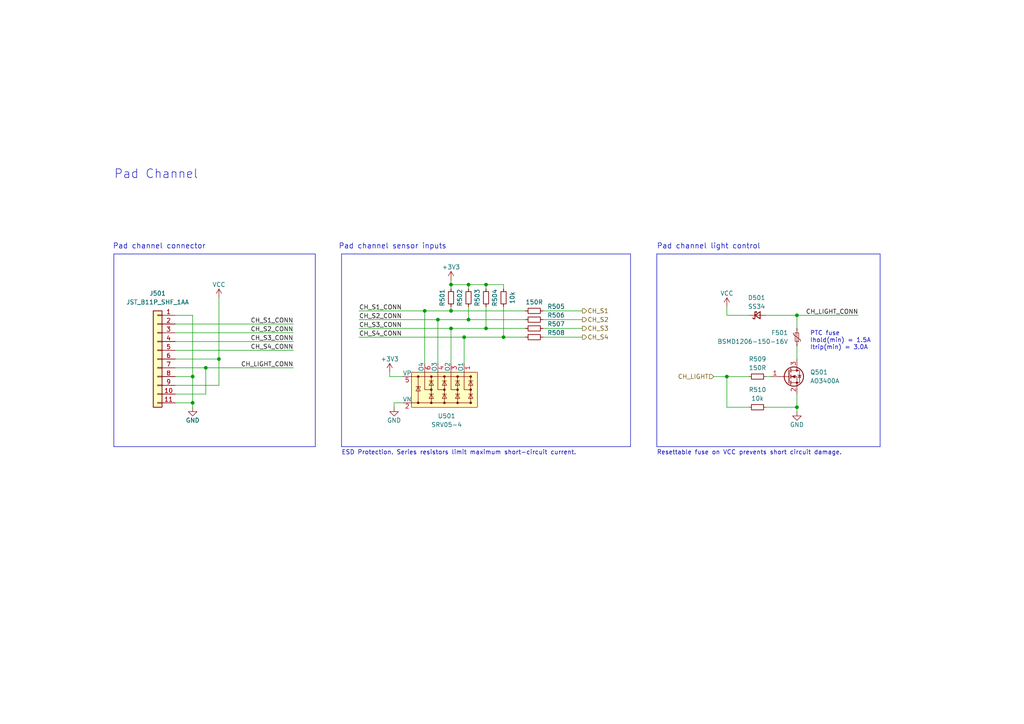
<source format=kicad_sch>
(kicad_sch (version 20230121) (generator eeschema)
  (paper "A4")
  (title_block (title "BD845-PWB SCH") (date "2022-11-27") (rev "1.0.0") (company "BlueDot, Vincenzo Fortunato"))
  (lib_symbols
    (symbol "Connector_Generic:Conn_01x11" (pin_names (offset 1.016) hide)
      (property "Reference" "J" (at 0 15.24 0))
      (property "Value" "Conn_01x11" (at 0 -15.24 0))
      (symbol "Conn_01x11_1_1"
        (rectangle (start -1.27 -12.573) (end 0 -12.827) (stroke (width 0.1524)))
        (rectangle (start -1.27 -10.033) (end 0 -10.287) (stroke (width 0.1524)))
        (rectangle (start -1.27 -7.493) (end 0 -7.747) (stroke (width 0.1524)))
        (rectangle (start -1.27 -4.953) (end 0 -5.207) (stroke (width 0.1524)))
        (rectangle (start -1.27 -2.413) (end 0 -2.667) (stroke (width 0.1524)))
        (rectangle (start -1.27 0.127) (end 0 -0.127) (stroke (width 0.1524)))
        (rectangle (start -1.27 2.667) (end 0 2.413) (stroke (width 0.1524)))
        (rectangle (start -1.27 5.207) (end 0 4.953) (stroke (width 0.1524)))
        (rectangle (start -1.27 7.747) (end 0 7.493) (stroke (width 0.1524)))
        (rectangle (start -1.27 10.287) (end 0 10.033) (stroke (width 0.1524)))
        (rectangle (start -1.27 12.827) (end 0 12.573) (stroke (width 0.1524)))
        (rectangle (start -1.27 13.97) (end 1.27 -13.97) (stroke (width 0.254)) (fill (type background)))
        (pin passive line (at -5.08 12.7 0) (length 3.81) (name "Pin_1") (number "1"))
        (pin passive line (at -5.08 -10.16 0) (length 3.81) (name "Pin_10") (number "10"))
        (pin passive line (at -5.08 -12.7 0) (length 3.81) (name "Pin_11") (number "11"))
        (pin passive line (at -5.08 10.16 0) (length 3.81) (name "Pin_2") (number "2"))
        (pin passive line (at -5.08 7.62 0) (length 3.81) (name "Pin_3") (number "3"))
        (pin passive line (at -5.08 5.08 0) (length 3.81) (name "Pin_4") (number "4"))
        (pin passive line (at -5.08 2.54 0) (length 3.81) (name "Pin_5") (number "5"))
        (pin passive line (at -5.08 0 0) (length 3.81) (name "Pin_6") (number "6"))
        (pin passive line (at -5.08 -2.54 0) (length 3.81) (name "Pin_7") (number "7"))
        (pin passive line (at -5.08 -5.08 0) (length 3.81) (name "Pin_8") (number "8"))
        (pin passive line (at -5.08 -7.62 0) (length 3.81) (name "Pin_9") (number "9"))
      )
    )
    (symbol "Device:D_Schottky_Small" (pin_numbers hide) (pin_names (offset 0.254) hide)
      (property "Reference" "D" (at -1.27 2.032 0))
      (property "Value" "D_Schottky_Small" (at -7.112 -2.032 0))
      (symbol "D_Schottky_Small_0_1"
        (polyline (pts (xy -0.762 0) (xy 0.762 0)))
        (polyline (pts (xy 0.762 -1.016) (xy -0.762 0) (xy 0.762 1.016) (xy 0.762 -1.016)) (stroke (width 0.254)))
        (polyline (pts (xy -1.27 0.762) (xy -1.27 1.016) (xy -0.762 1.016) (xy -0.762 -1.016) (xy -0.254 -1.016) (xy -0.254 -0.762)) (stroke (width 0.254)))
      )
      (symbol "D_Schottky_Small_1_1"
        (pin passive line (at -2.54 0 0) (length 1.778) (name "K") (number "1"))
        (pin passive line (at 2.54 0 180) (length 1.778) (name "A") (number "2"))
      )
    )
    (symbol "Device:Polyfuse_Small" (pin_numbers hide) (pin_names (offset 0))
      (property "Reference" "F" (at -1.905 0 90))
      (property "Value" "Polyfuse_Small" (at 1.905 0 90))
      (symbol "Polyfuse_Small_0_1"
        (rectangle (start -0.508 1.27) (end 0.508 -1.27))
        (polyline (pts (xy 0 2.54) (xy 0 -2.54)))
        (polyline (pts (xy -1.016 1.27) (xy -1.016 0.762) (xy 1.016 -0.762) (xy 1.016 -1.27)))
      )
      (symbol "Polyfuse_Small_1_1"
        (pin passive line (at 0 2.54 270) (length 0.635) (name "~") (number "1"))
        (pin passive line (at 0 -2.54 90) (length 0.635) (name "~") (number "2"))
      )
    )
    (symbol "Device:R_Small" (pin_numbers hide) (pin_names (offset 0.254) hide)
      (property "Reference" "R" (at 0.762 0.508 0))
      (property "Value" "R_Small" (at 0.762 -1.016 0))
      (symbol "R_Small_0_1"
        (rectangle (start -0.762 1.778) (end 0.762 -1.778) (stroke (width 0.2032)))
      )
      (symbol "R_Small_1_1"
        (pin passive line (at 0 2.54 270) (length 0.762) (name "~") (number "1"))
        (pin passive line (at 0 -2.54 90) (length 0.762) (name "~") (number "2"))
      )
    )
    (symbol "ProjectLibrary:SRV05-4" (pin_names (offset 0))
      (property "Reference" "U" (at -7.62 -6.985 0))
      (property "Value" "SRV05-4" (at 0 -6.985 0))
      (symbol "SRV05-4_0_0"
        (polyline (pts (xy -6.985 -3.81) (xy -6.985 3.81)))
        (polyline (pts (xy -3.175 -3.81) (xy -3.175 3.81)))
        (polyline (pts (xy 0.635 -3.81) (xy 0.635 3.81)))
        (polyline (pts (xy 4.445 -3.81) (xy 4.445 3.81)))
      )
      (symbol "SRV05-4_0_1"
        (rectangle (start -8.89 5.08) (end 10.16 -5.08) (fill (type background)))
        (circle (center -6.985 -3.81) (radius 0.2794) (fill (type outline)))
        (circle (center -6.985 0) (radius 0.2794) (fill (type outline)))
        (circle (center -6.985 3.81) (radius 0.2794) (fill (type outline)))
        (circle (center -3.175 -3.81) (radius 0.2794) (fill (type outline)))
        (circle (center -3.175 0) (radius 0.2794) (fill (type outline)))
        (circle (center -3.175 3.81) (radius 0.2794) (fill (type outline)))
        (polyline (pts (xy -6.35 -1.27) (xy -7.62 -1.27)))
        (polyline (pts (xy -6.35 2.54) (xy -7.62 2.54)))
        (polyline (pts (xy -2.54 -1.27) (xy -3.81 -1.27)))
        (polyline (pts (xy -2.54 2.54) (xy -3.81 2.54)))
        (polyline (pts (xy 1.27 -1.27) (xy 0 -1.27)))
        (polyline (pts (xy 1.27 2.54) (xy 0 2.54)))
        (polyline (pts (xy 5.08 -1.27) (xy 3.81 -1.27)))
        (polyline (pts (xy 5.08 2.54) (xy 3.81 2.54)))
        (polyline (pts (xy 8.255 3.81) (xy 8.255 -3.81)))
        (polyline (pts (xy 10.16 -3.81) (xy -6.985 -3.81)))
        (polyline (pts (xy 10.16 3.81) (xy -6.985 3.81)))
        (polyline (pts (xy -6.985 0) (xy -5.08 0) (xy -5.08 5.08)))
        (polyline (pts (xy -3.175 0) (xy -1.27 0) (xy -1.27 5.08)))
        (polyline (pts (xy 0.635 0) (xy 2.54 0) (xy 2.54 5.08)))
        (polyline (pts (xy 4.445 0) (xy 6.35 0) (xy 6.35 5.08)))
        (polyline (pts (xy 8.89 0.889) (xy 7.62 0.889) (xy 7.62 0.635)))
        (polyline (pts (xy -6.35 -2.54) (xy -7.62 -2.54) (xy -6.985 -1.27) (xy -6.35 -2.54)))
        (polyline (pts (xy -6.35 1.27) (xy -7.62 1.27) (xy -6.985 2.54) (xy -6.35 1.27)))
        (polyline (pts (xy -2.54 -2.54) (xy -3.81 -2.54) (xy -3.175 -1.27) (xy -2.54 -2.54)))
        (polyline (pts (xy -2.54 1.27) (xy -3.81 1.27) (xy -3.175 2.54) (xy -2.54 1.27)))
        (polyline (pts (xy 1.27 -2.54) (xy 0 -2.54) (xy 0.635 -1.27) (xy 1.27 -2.54)))
        (polyline (pts (xy 1.27 1.27) (xy 0 1.27) (xy 0.635 2.54) (xy 1.27 1.27)))
        (polyline (pts (xy 5.08 -2.54) (xy 3.81 -2.54) (xy 4.445 -1.27) (xy 5.08 -2.54)))
        (polyline (pts (xy 5.08 1.27) (xy 3.81 1.27) (xy 4.445 2.54) (xy 5.08 1.27)))
        (polyline (pts (xy 8.89 -0.381) (xy 7.62 -0.381) (xy 8.255 0.889) (xy 8.89 -0.381)))
        (circle (center 0.635 -3.81) (radius 0.2794) (fill (type outline)))
        (circle (center 0.635 0) (radius 0.2794) (fill (type outline)))
        (circle (center 0.635 3.81) (radius 0.2794) (fill (type outline)))
        (circle (center 4.445 -3.81) (radius 0.2794) (fill (type outline)))
        (circle (center 4.445 0) (radius 0.2794) (fill (type outline)))
        (circle (center 4.445 3.81) (radius 0.2794) (fill (type outline)))
        (circle (center 8.255 -3.81) (radius 0.2794) (fill (type outline)))
        (circle (center 8.255 3.81) (radius 0.2794) (fill (type outline)))
      )
      (symbol "SRV05-4_1_1"
        (pin passive line (at -5.08 7.62 270) (length 2.54) (name "IO1") (number "1"))
        (pin passive line (at 12.7 -3.81 180) (length 2.54) (name "VN") (number "2"))
        (pin passive line (at -1.27 7.62 270) (length 2.54) (name "IO2") (number "3"))
        (pin passive line (at 2.54 7.62 270) (length 2.54) (name "IO3") (number "4"))
        (pin passive line (at 12.7 3.81 180) (length 2.54) (name "VP") (number "5"))
        (pin passive line (at 6.35 7.62 270) (length 2.54) (name "IO4") (number "6"))
      )
    )
    (symbol "Transistor_FET:AO3400A" (pin_names hide)
      (property "Reference" "Q" (at 5.08 1.905 0))
      (property "Value" "AO3400A" (at 5.08 0 0))
      (symbol "AO3400A_0_1"
        (polyline (pts (xy 0.254 0) (xy -2.54 0)))
        (polyline (pts (xy 0.254 1.905) (xy 0.254 -1.905)) (stroke (width 0.254)))
        (polyline (pts (xy 0.762 -1.27) (xy 0.762 -2.286)) (stroke (width 0.254)))
        (polyline (pts (xy 0.762 0.508) (xy 0.762 -0.508)) (stroke (width 0.254)))
        (polyline (pts (xy 0.762 2.286) (xy 0.762 1.27)) (stroke (width 0.254)))
        (polyline (pts (xy 2.54 2.54) (xy 2.54 1.778)))
        (polyline (pts (xy 2.54 -2.54) (xy 2.54 0) (xy 0.762 0)))
        (polyline (pts (xy 0.762 -1.778) (xy 3.302 -1.778) (xy 3.302 1.778) (xy 0.762 1.778)))
        (polyline (pts (xy 1.016 0) (xy 2.032 0.381) (xy 2.032 -0.381) (xy 1.016 0)) (fill (type outline)))
        (polyline (pts (xy 2.794 0.508) (xy 2.921 0.381) (xy 3.683 0.381) (xy 3.81 0.254)))
        (polyline (pts (xy 3.302 0.381) (xy 2.921 -0.254) (xy 3.683 -0.254) (xy 3.302 0.381)))
        (circle (center 1.651 0) (radius 2.794) (stroke (width 0.254)))
        (circle (center 2.54 -1.778) (radius 0.254) (fill (type outline)))
        (circle (center 2.54 1.778) (radius 0.254) (fill (type outline)))
      )
      (symbol "AO3400A_1_1"
        (pin input line (at -5.08 0 0) (length 2.54) (name "G") (number "1"))
        (pin passive line (at 2.54 -5.08 90) (length 2.54) (name "S") (number "2"))
        (pin passive line (at 2.54 5.08 270) (length 2.54) (name "D") (number "3"))
      )
    )
    (symbol "power:+3V3" (power) (pin_names (offset 0))
      (property "Value" "+3V3" (at 0 3.556 0))
      (symbol "+3V3_0_1"
        (polyline (pts (xy -0.762 1.27) (xy 0 2.54)))
        (polyline (pts (xy 0 0) (xy 0 2.54)))
        (polyline (pts (xy 0 2.54) (xy 0.762 1.27)))
      )
      (symbol "+3V3_1_1"
        (pin power_in line (at 0 0 90) (length 0) hide (name "+3V3") (number "1"))
      )
    )
    (symbol "power:GND" (power) (pin_names (offset 0))
      (property "Value" "GND" (at 0 -3.81 0))
      (symbol "GND_0_1"
        (polyline (pts (xy 0 0) (xy 0 -1.27) (xy 1.27 -1.27) (xy 0 -2.54) (xy -1.27 -1.27) (xy 0 -1.27)))
      )
      (symbol "GND_1_1"
        (pin power_in line (at 0 0 270) (length 0) hide (name "GND") (number "1"))
      )
    )
    (symbol "power:VCC" (power) (pin_names (offset 0))
      (property "Value" "VCC" (at 0 3.81 0))
      (symbol "VCC_0_1"
        (polyline (pts (xy -0.762 1.27) (xy 0 2.54)))
        (polyline (pts (xy 0 0) (xy 0 2.54)))
        (polyline (pts (xy 0 2.54) (xy 0.762 1.27)))
      )
      (symbol "VCC_1_1"
        (pin power_in line (at 0 0 90) (length 0) hide (name "VCC") (number "1"))
      )
    )
  )
  (junction (at 123.19 90.17))
  (junction (at 231.14 91.44))
  (junction (at 63.5 104.14))
  (junction (at 59.69 106.68))
  (junction (at 130.81 90.17))
  (junction (at 140.97 82.55))
  (junction (at 135.89 82.55))
  (junction (at 130.81 82.55))
  (junction (at 140.97 95.25))
  (junction (at 210.82 109.22))
  (junction (at 134.62 97.79))
  (junction (at 127 92.71))
  (junction (at 135.89 92.71))
  (junction (at 231.14 118.11))
  (junction (at 55.88 116.84))
  (junction (at 146.05 97.79))
  (junction (at 130.81 95.25))
  (junction (at 55.88 109.22))
  (wire (pts (xy 55.88 116.84) (xy 55.88 109.22)))
  (polyline (pts (xy 33.02 129.54) (xy 91.44 129.54)))
  (polyline (pts (xy 99.06 129.54) (xy 99.06 73.66)))
  (wire (pts (xy 135.89 82.55) (xy 135.89 83.82)))
  (wire (pts (xy 50.8 114.3) (xy 59.69 114.3)))
  (wire (pts (xy 210.82 91.44) (xy 210.82 88.9)))
  (wire (pts (xy 217.17 91.44) (xy 210.82 91.44)))
  (wire (pts (xy 55.88 109.22) (xy 55.88 91.44)))
  (wire (pts (xy 210.82 109.22) (xy 217.17 109.22)))
  (wire (pts (xy 168.91 92.71) (xy 157.48 92.71)))
  (wire (pts (xy 50.8 104.14) (xy 63.5 104.14)))
  (wire (pts (xy 231.14 118.11) (xy 231.14 114.3)))
  (wire (pts (xy 140.97 82.55) (xy 140.97 83.82)))
  (wire (pts (xy 130.81 82.55) (xy 130.81 83.82)))
  (polyline (pts (xy 182.88 129.54) (xy 99.06 129.54)))
  (wire (pts (xy 55.88 116.84) (xy 55.88 118.11)))
  (wire (pts (xy 152.4 92.71) (xy 135.89 92.71)))
  (wire (pts (xy 50.8 99.06) (xy 85.09 99.06)))
  (wire (pts (xy 130.81 81.28) (xy 130.81 82.55)))
  (wire (pts (xy 50.8 109.22) (xy 55.88 109.22)))
  (wire (pts (xy 63.5 86.36) (xy 63.5 104.14)))
  (wire (pts (xy 130.81 95.25) (xy 130.81 105.41)))
  (wire (pts (xy 113.03 109.22) (xy 113.03 107.95)))
  (wire (pts (xy 207.01 109.22) (xy 210.82 109.22)))
  (wire (pts (xy 123.19 90.17) (xy 130.81 90.17)))
  (polyline (pts (xy 255.27 129.54) (xy 190.5 129.54)))
  (wire (pts (xy 104.14 97.79) (xy 134.62 97.79)))
  (polyline (pts (xy 190.5 73.66) (xy 190.5 129.54)))
  (wire (pts (xy 168.91 97.79) (xy 157.48 97.79)))
  (wire (pts (xy 231.14 100.33) (xy 231.14 104.14)))
  (wire (pts (xy 130.81 95.25) (xy 140.97 95.25)))
  (wire (pts (xy 134.62 97.79) (xy 134.62 105.41)))
  (wire (pts (xy 146.05 82.55) (xy 146.05 83.82)))
  (wire (pts (xy 134.62 97.79) (xy 146.05 97.79)))
  (wire (pts (xy 50.8 106.68) (xy 59.69 106.68)))
  (wire (pts (xy 50.8 111.76) (xy 63.5 111.76)))
  (wire (pts (xy 168.91 95.25) (xy 157.48 95.25)))
  (wire (pts (xy 123.19 105.41) (xy 123.19 90.17)))
  (wire (pts (xy 50.8 93.98) (xy 85.09 93.98)))
  (wire (pts (xy 210.82 118.11) (xy 210.82 109.22)))
  (wire (pts (xy 152.4 95.25) (xy 140.97 95.25)))
  (wire (pts (xy 231.14 91.44) (xy 248.92 91.44)))
  (wire (pts (xy 50.8 96.52) (xy 85.09 96.52)))
  (wire (pts (xy 217.17 118.11) (xy 210.82 118.11)))
  (polyline (pts (xy 99.06 73.66) (xy 102.87 73.66)))
  (wire (pts (xy 50.8 101.6) (xy 85.09 101.6)))
  (wire (pts (xy 135.89 82.55) (xy 140.97 82.55)))
  (wire (pts (xy 50.8 116.84) (xy 55.88 116.84)))
  (wire (pts (xy 104.14 95.25) (xy 130.81 95.25)))
  (wire (pts (xy 116.84 116.84) (xy 114.3 116.84)))
  (polyline (pts (xy 33.02 73.66) (xy 33.02 129.54)))
  (wire (pts (xy 50.8 91.44) (xy 55.88 91.44)))
  (wire (pts (xy 127 92.71) (xy 127 105.41)))
  (polyline (pts (xy 102.87 73.66) (xy 182.88 73.66)))
  (wire (pts (xy 222.25 118.11) (xy 231.14 118.11)))
  (wire (pts (xy 130.81 82.55) (xy 135.89 82.55)))
  (wire (pts (xy 152.4 97.79) (xy 146.05 97.79)))
  (wire (pts (xy 222.25 109.22) (xy 223.52 109.22)))
  (wire (pts (xy 168.91 90.17) (xy 157.48 90.17)))
  (polyline (pts (xy 91.44 129.54) (xy 91.44 73.66)))
  (wire (pts (xy 146.05 97.79) (xy 146.05 88.9)))
  (polyline (pts (xy 255.27 73.66) (xy 255.27 129.54)))
  (wire (pts (xy 140.97 88.9) (xy 140.97 95.25)))
  (wire (pts (xy 222.25 91.44) (xy 231.14 91.44)))
  (polyline (pts (xy 190.5 73.66) (xy 255.27 73.66)))
  (wire (pts (xy 231.14 118.11) (xy 231.14 119.38)))
  (wire (pts (xy 135.89 88.9) (xy 135.89 92.71)))
  (wire (pts (xy 104.14 92.71) (xy 127 92.71)))
  (wire (pts (xy 59.69 106.68) (xy 59.69 114.3)))
  (polyline (pts (xy 182.88 73.66) (xy 182.88 129.54)))
  (wire (pts (xy 116.84 109.22) (xy 113.03 109.22)))
  (wire (pts (xy 130.81 88.9) (xy 130.81 90.17)))
  (polyline (pts (xy 33.02 73.66) (xy 91.44 73.66)))
  (wire (pts (xy 59.69 106.68) (xy 85.09 106.68)))
  (wire (pts (xy 114.3 116.84) (xy 114.3 118.11)))
  (wire (pts (xy 152.4 90.17) (xy 130.81 90.17)))
  (wire (pts (xy 104.14 90.17) (xy 123.19 90.17)))
  (wire (pts (xy 127 92.71) (xy 135.89 92.71)))
  (wire (pts (xy 63.5 111.76) (xy 63.5 104.14)))
  (wire (pts (xy 231.14 91.44) (xy 231.14 95.25)))
  (wire (pts (xy 140.97 82.55) (xy 146.05 82.55)))
  (text "Resettable fuse on VCC prevents short circuit damage." (at 190.5 132.08 0) (effects (font (size 1.27 1.27)) (justify left bottom)))
  (text "Pad channel connector" (at 59.69 72.39 0) (effects (font (size 1.524 1.524)) (justify right bottom)))
  (text "ESD Protection. Series resistors limit maximum short-circuit current.\n" (at 99.06 132.08 0) (effects (font (size 1.27 1.27)) (justify left bottom)))
  (text "Pad channel sensor inputs" (at 129.54 72.39 0) (effects (font (size 1.524 1.524)) (justify right bottom)))
  (text "Pad Channel" (at 33.02 52.07 0) (effects (font (size 2.54 2.54)) (justify left bottom)))
  (text "PTC fuse\nIhold(min) = 1.5A\nItrip(min) = 3.0A\n" (at 234.95 101.6 0) (effects (font (size 1.27 1.27)) (justify left bottom)))
  (text "Pad channel light control" (at 190.5 72.39 0) (effects (font (size 1.524 1.524)) (justify left bottom)))
  (label "CH_S1_CONN" (at 104.14 90.17 0))
  (label "CH_S3_CONN" (at 104.14 95.25 0))
  (label "CH_S2_CONN" (at 104.14 92.71 0))
  (label "CH_S4_CONN" (at 85.09 101.6 180))
  (label "CH_S4_CONN" (at 104.14 97.79 0))
  (label "CH_S1_CONN" (at 85.09 93.98 180))
  (label "CH_S3_CONN" (at 85.09 99.06 180))
  (label "CH_LIGHT_CONN" (at 248.92 91.44 180))
  (label "CH_S2_CONN" (at 85.09 96.52 180))
  (label "CH_LIGHT_CONN" (at 85.09 106.68 180))
  (hierarchical_label "CH_S2" (shape output) (at 168.91 92.71 0))
  (hierarchical_label "CH_LIGHT" (shape input) (at 207.01 109.22 180))
  (hierarchical_label "CH_S3" (shape output) (at 168.91 95.25 0))
  (hierarchical_label "CH_S1" (shape output) (at 168.91 90.17 0))
  (hierarchical_label "CH_S4" (shape output) (at 168.91 97.79 0))
  (symbol (lib_id "power:VCC") (at 63.5 86.36 0) (unit 1)
    (property "Reference" "#PWR0168" (effects hide))
    (property "Value" "VCC" (at 63.5 82.55 0))
    (instances (project "bd845-pwb" (path "" (reference "#PWR0168") (unit 1)) (path "" (reference "#PWR?") (unit 1)) (path "" (reference "#PWR0175") (unit 1)) (path "" (reference "#PWR0182") (unit 1)) (path "" (reference "#PWR0189") (unit 1)) (path "" (reference "#PWR0196") (unit 1))))
  )
  (symbol (lib_id "Device:R_Small") (at 219.71 118.11 270) (unit 1)
    (property "Reference" "R510" (at 219.71 113.03 90))
    (property "Value" "10k" (at 219.71 115.57 90))
    (property "Footprint" "Resistor_SMD:R_0603_1608Metric" (effects hide))
    (instances (project "bd845-pwb" (path "" (reference "R510") (unit 1)) (path "" (reference "R?") (unit 1)) (path "" (reference "R610") (unit 1)) (path "" (reference "R710") (unit 1)) (path "" (reference "R810") (unit 1)) (path "" (reference "R910") (unit 1))))
  )
  (symbol (lib_id "ProjectLibrary:SRV05-4") (at 129.54 113.03 0) (mirror y) (unit 1)
    (property "Reference" "U501" (at 129.54 120.65 0))
    (property "Value" "SRV05-4" (at 129.54 123.19 0))
    (property "Footprint" "Package_TO_SOT_SMD:SOT-23-6" (effects hide))
    (property "Datasheet" "http://www.onsemi.com/pub/Collateral/SRV05-4-D.PDF" (effects hide))
    (instances (project "bd845-pwb" (path "" (reference "U501") (unit 1)) (path "" (reference "U?") (unit 1)) (path "" (reference "U601") (unit 1)) (path "" (reference "U701") (unit 1)) (path "" (reference "U801") (unit 1)) (path "" (reference "U901") (unit 1))))
  )
  (symbol (lib_id "Device:R_Small") (at 135.89 86.36 0) (unit 1)
    (property "Reference" "R502" (at 133.35 86.36 90))
    (property "Value" "10k" (effects hide))
    (property "Footprint" "Resistor_SMD:R_0603_1608Metric" (effects hide))
    (instances (project "bd845-pwb" (path "" (reference "R502") (unit 1)) (path "" (reference "R?") (unit 1)) (path "" (reference "R602") (unit 1)) (path "" (reference "R702") (unit 1)) (path "" (reference "R802") (unit 1)) (path "" (reference "R902") (unit 1))))
  )
  (symbol (lib_id "Connector_Generic:Conn_01x11") (at 45.72 104.14 0) (mirror y) (unit 1)
    (property "Reference" "J501" (at 45.72 85.09 0))
    (property "Value" "JST_B11P_SHF_1AA" (at 45.72 87.63 0))
    (property "Footprint" "ProjectLibrary:JST_NH_B11P-SHF-1AA_1x11_P2.50mm_Vertical" (effects hide))
    (instances (project "bd845-pwb" (path "" (reference "J501") (unit 1)) (path "" (reference "J?") (unit 1)) (path "" (reference "J601") (unit 1)) (path "" (reference "J701") (unit 1)) (path "" (reference "J801") (unit 1)) (path "" (reference "J901") (unit 1))))
  )
  (symbol (lib_id "Device:R_Small") (at 130.81 86.36 0) (unit 1)
    (property "Reference" "R501" (at 128.27 86.36 90))
    (property "Value" "10k" (at 148.59 86.36 90))
    (property "Footprint" "Resistor_SMD:R_0603_1608Metric" (effects hide))
    (instances (project "bd845-pwb" (path "" (reference "R501") (unit 1)) (path "" (reference "R?") (unit 1)) (path "" (reference "R601") (unit 1)) (path "" (reference "R701") (unit 1)) (path "" (reference "R801") (unit 1)) (path "" (reference "R901") (unit 1))))
  )
  (symbol (lib_id "power:GND") (at 55.88 118.11 0) (unit 1)
    (property "Reference" "#PWR0167" (effects hide))
    (property "Value" "GND" (at 55.88 121.92 0))
    (instances (project "bd845-pwb" (path "" (reference "#PWR0167") (unit 1)) (path "" (reference "#PWR?") (unit 1)) (path "" (reference "#PWR0174") (unit 1)) (path "" (reference "#PWR0181") (unit 1)) (path "" (reference "#PWR0188") (unit 1)) (path "" (reference "#PWR0195") (unit 1))))
  )
  (symbol (lib_id "power:+3V3") (at 113.03 107.95 0) (mirror y) (unit 1)
    (property "Reference" "#PWR0162" (effects hide))
    (property "Value" "+3V3" (at 113.03 104.14 0))
    (instances (project "bd845-pwb" (path "" (reference "#PWR0162") (unit 1)) (path "" (reference "#PWR?") (unit 1)) (path "" (reference "#PWR0169") (unit 1)) (path "" (reference "#PWR0176") (unit 1)) (path "" (reference "#PWR0183") (unit 1)) (path "" (reference "#PWR0190") (unit 1))))
  )
  (symbol (lib_id "Transistor_FET:AO3400A") (at 228.6 109.22 0) (unit 1)
    (property "Reference" "Q501" (at 234.95 107.95 0) (effects (justify left)))
    (property "Value" "AO3400A" (at 234.95 110.49 0) (effects (justify left)))
    (property "Footprint" "Package_TO_SOT_SMD:SOT-23" (effects hide))
    (property "Datasheet" "http://www.aosmd.com/pdfs/datasheet/AO3400A.pdf" (effects hide))
    (instances (project "bd845-pwb" (path "" (reference "Q501") (unit 1)) (path "" (reference "Q?") (unit 1)) (path "" (reference "Q601") (unit 1)) (path "" (reference "Q701") (unit 1)) (path "" (reference "Q801") (unit 1)) (path "" (reference "Q901") (unit 1))))
  )
  (symbol (lib_id "Device:R_Small") (at 154.94 90.17 270) (unit 1)
    (property "Reference" "R505" (at 161.29 88.9 90))
    (property "Value" "150R" (at 154.94 87.63 90))
    (property "Footprint" "Resistor_SMD:R_0603_1608Metric" (effects hide))
    (instances (project "bd845-pwb" (path "" (reference "R505") (unit 1)) (path "" (reference "R?") (unit 1)) (path "" (reference "R605") (unit 1)) (path "" (reference "R705") (unit 1)) (path "" (reference "R805") (unit 1)) (path "" (reference "R905") (unit 1))))
  )
  (symbol (lib_id "power:+3V3") (at 130.81 81.28 0) (unit 1)
    (property "Reference" "#PWR0164" (effects hide))
    (property "Value" "+3V3" (at 130.81 77.47 0))
    (instances (project "bd845-pwb" (path "" (reference "#PWR0164") (unit 1)) (path "" (reference "#PWR?") (unit 1)) (path "" (reference "#PWR0171") (unit 1)) (path "" (reference "#PWR0178") (unit 1)) (path "" (reference "#PWR0185") (unit 1)) (path "" (reference "#PWR0192") (unit 1))))
  )
  (symbol (lib_id "Device:R_Small") (at 140.97 86.36 0) (unit 1)
    (property "Reference" "R503" (at 138.43 86.36 90))
    (property "Value" "10k" (effects hide))
    (property "Footprint" "Resistor_SMD:R_0603_1608Metric" (effects hide))
    (instances (project "bd845-pwb" (path "" (reference "R503") (unit 1)) (path "" (reference "R?") (unit 1)) (path "" (reference "R603") (unit 1)) (path "" (reference "R703") (unit 1)) (path "" (reference "R803") (unit 1)) (path "" (reference "R903") (unit 1))))
  )
  (symbol (lib_id "Device:Polyfuse_Small") (at 231.14 97.79 0) (unit 1)
    (property "Reference" "F501" (at 228.6 96.52 0) (effects (justify right)))
    (property "Value" "BSMD1206-150-16V" (at 228.6 99.06 0) (effects (justify right)))
    (property "Footprint" "Fuse:Fuse_1206_3216Metric_Pad1.42x1.75mm_HandSolder" (effects hide))
    (instances (project "bd845-pwb" (path "" (reference "F501") (unit 1)) (path "" (reference "F601") (unit 1)) (path "" (reference "F701") (unit 1)) (path "" (reference "F801") (unit 1)) (path "" (reference "F901") (unit 1))))
  )
  (symbol (lib_id "power:VCC") (at 210.82 88.9 0) (mirror y) (unit 1)
    (property "Reference" "#PWR0166" (effects hide))
    (property "Value" "VCC" (at 210.82 85.09 0))
    (instances (project "bd845-pwb" (path "" (reference "#PWR0166") (unit 1)) (path "" (reference "#PWR?") (unit 1)) (path "" (reference "#PWR0173") (unit 1)) (path "" (reference "#PWR0180") (unit 1)) (path "" (reference "#PWR0187") (unit 1)) (path "" (reference "#PWR0194") (unit 1))))
  )
  (symbol (lib_id "Device:R_Small") (at 219.71 109.22 270) (unit 1)
    (property "Reference" "R509" (at 219.71 104.14 90))
    (property "Value" "150R" (at 219.71 106.68 90))
    (property "Footprint" "Resistor_SMD:R_0603_1608Metric" (effects hide))
    (instances (project "bd845-pwb" (path "" (reference "R509") (unit 1)) (path "" (reference "R?") (unit 1)) (path "" (reference "R609") (unit 1)) (path "" (reference "R709") (unit 1)) (path "" (reference "R809") (unit 1)) (path "" (reference "R909") (unit 1))))
  )
  (symbol (lib_id "Device:R_Small") (at 154.94 92.71 270) (unit 1)
    (property "Reference" "R506" (at 161.29 91.44 90))
    (property "Value" "150R" (effects hide))
    (property "Footprint" "Resistor_SMD:R_0603_1608Metric" (effects hide))
    (instances (project "bd845-pwb" (path "" (reference "R506") (unit 1)) (path "" (reference "R?") (unit 1)) (path "" (reference "R606") (unit 1)) (path "" (reference "R706") (unit 1)) (path "" (reference "R806") (unit 1)) (path "" (reference "R906") (unit 1))))
  )
  (symbol (lib_id "Device:R_Small") (at 154.94 97.79 270) (unit 1)
    (property "Reference" "R508" (at 161.29 96.52 90))
    (property "Value" "150R" (effects hide))
    (property "Footprint" "Resistor_SMD:R_0603_1608Metric" (effects hide))
    (instances (project "bd845-pwb" (path "" (reference "R508") (unit 1)) (path "" (reference "R?") (unit 1)) (path "" (reference "R608") (unit 1)) (path "" (reference "R708") (unit 1)) (path "" (reference "R808") (unit 1)) (path "" (reference "R908") (unit 1))))
  )
  (symbol (lib_id "Device:R_Small") (at 154.94 95.25 270) (unit 1)
    (property "Reference" "R507" (at 161.29 93.98 90))
    (property "Value" "150R" (effects hide))
    (property "Footprint" "Resistor_SMD:R_0603_1608Metric" (effects hide))
    (instances (project "bd845-pwb" (path "" (reference "R507") (unit 1)) (path "" (reference "R?") (unit 1)) (path "" (reference "R607") (unit 1)) (path "" (reference "R707") (unit 1)) (path "" (reference "R807") (unit 1)) (path "" (reference "R907") (unit 1))))
  )
  (symbol (lib_id "Device:D_Schottky_Small") (at 219.71 91.44 0) (mirror x) (unit 1)
    (property "Reference" "D501" (at 219.456 86.36 0))
    (property "Value" "SS34" (at 219.456 88.9 0))
    (property "Footprint" "Diode_SMD:D_SMA" (effects hide))
    (instances (project "bd845-pwb" (path "" (reference "D501") (unit 1)) (path "" (reference "D?") (unit 1)) (path "" (reference "D601") (unit 1)) (path "" (reference "D701") (unit 1)) (path "" (reference "D801") (unit 1)) (path "" (reference "D901") (unit 1))))
  )
  (symbol (lib_id "power:GND") (at 231.14 119.38 0) (unit 1)
    (property "Reference" "#PWR0165" (effects hide))
    (property "Value" "GND" (at 231.14 123.19 0))
    (instances (project "bd845-pwb" (path "" (reference "#PWR0165") (unit 1)) (path "" (reference "#PWR?") (unit 1)) (path "" (reference "#PWR0172") (unit 1)) (path "" (reference "#PWR0179") (unit 1)) (path "" (reference "#PWR0186") (unit 1)) (path "" (reference "#PWR0193") (unit 1))))
  )
  (symbol (lib_id "power:GND") (at 114.3 118.11 0) (mirror y) (unit 1)
    (property "Reference" "#PWR0163" (effects hide))
    (property "Value" "GND" (at 114.3 121.92 0))
    (instances (project "bd845-pwb" (path "" (reference "#PWR0163") (unit 1)) (path "" (reference "#PWR?") (unit 1)) (path "" (reference "#PWR0170") (unit 1)) (path "" (reference "#PWR0177") (unit 1)) (path "" (reference "#PWR0184") (unit 1)) (path "" (reference "#PWR0191") (unit 1))))
  )
  (symbol (lib_id "Device:R_Small") (at 146.05 86.36 0) (unit 1)
    (property "Reference" "R504" (at 143.51 86.36 90))
    (property "Value" "10k" (effects hide))
    (property "Footprint" "Resistor_SMD:R_0603_1608Metric" (effects hide))
    (instances (project "bd845-pwb" (path "" (reference "R504") (unit 1)) (path "" (reference "R?") (unit 1)) (path "" (reference "R604") (unit 1)) (path "" (reference "R704") (unit 1)) (path "" (reference "R804") (unit 1)) (path "" (reference "R904") (unit 1))))
  )
)
</source>
